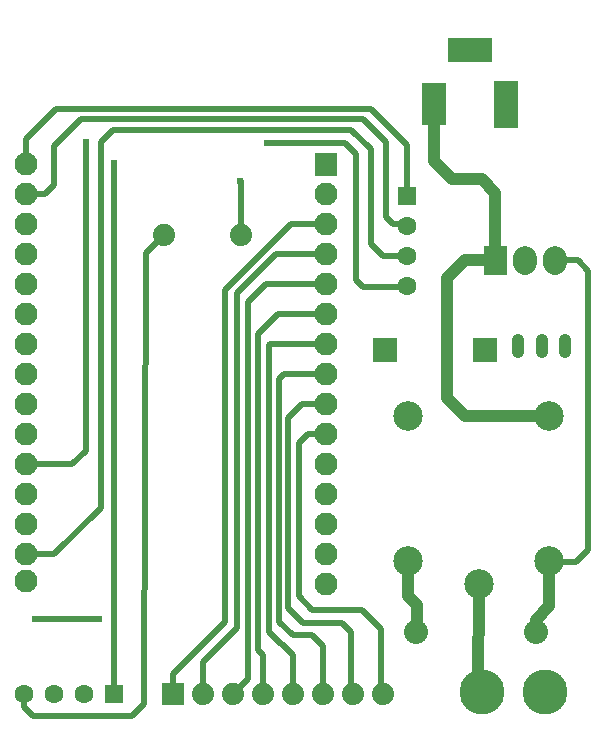
<source format=gtl>
G04 Layer: TopLayer*
G04 EasyEDA v6.3.22, 2020-01-15T09:47:29+05:30*
G04 df7ee3fc161541079e6ef3371bf9abd3,b6e8962e620740079bb188d2402746ea,10*
G04 Gerber Generator version 0.2*
G04 Scale: 100 percent, Rotated: No, Reflected: No *
G04 Dimensions in millimeters *
G04 leading zeros omitted , absolute positions ,3 integer and 3 decimal *
%FSLAX33Y33*%
%MOMM*%
G90*
G71D02*

%ADD11C,0.499999*%
%ADD12C,0.999998*%
%ADD13C,0.609600*%
%ADD14C,3.810000*%
%ADD15R,1.999996X1.999996*%
%ADD16C,1.949958*%
%ADD18R,1.599997X1.599997*%
%ADD19C,1.599997*%
%ADD20R,1.879600X1.879600*%
%ADD21C,1.879600*%
%ADD22C,2.499995*%
%ADD23C,2.032000*%
%ADD25R,2.032000X3.657600*%
%ADD28C,1.999996*%

%LPD*%
G54D11*
G01X1905Y14478D02*
G01X4318Y14478D01*
G01X8255Y18415D01*
G01X8255Y49403D01*
G01X9271Y50419D01*
G01X29464Y50419D01*
G01X31115Y48768D01*
G01X31115Y40767D01*
G01X32131Y39751D01*
G01X34163Y39751D01*
G01X9398Y2667D02*
G01X9398Y47625D01*
G01X27305Y34798D02*
G01X23241Y34798D01*
G01X21590Y33147D01*
G01X21590Y6350D01*
G01X21971Y5969D01*
G01X21971Y2667D01*
G01X27305Y42418D02*
G01X24384Y42418D01*
G01X18796Y36830D01*
G01X18796Y8763D01*
G01X14351Y4318D01*
G01X14351Y2667D01*
G01X27305Y32258D02*
G01X22606Y32258D01*
G01X22479Y32131D01*
G01X22479Y7874D01*
G01X23495Y6858D01*
G01X23622Y6858D01*
G01X24511Y5969D01*
G01X24511Y2667D01*
G01X1905Y44958D02*
G01X3556Y44958D01*
G01X4318Y45720D01*
G01X4318Y49022D01*
G01X6604Y51308D01*
G01X30480Y51308D01*
G01X32385Y49403D01*
G01X32385Y43053D01*
G01X33020Y42418D01*
G01X34036Y42418D01*
G01X34163Y42291D01*
G54D12*
G01X34229Y13835D02*
G01X34229Y10982D01*
G01X35052Y10160D01*
G01X35052Y7956D01*
G01X34893Y7797D01*
G01X46228Y13962D02*
G01X46196Y10083D01*
G01X45053Y8940D01*
G54D11*
G01X1905Y47498D02*
G01X1905Y49657D01*
G01X4445Y52197D01*
G01X31115Y52197D01*
G01X34163Y49149D01*
G01X34163Y44831D01*
G54D12*
G01X40228Y11963D02*
G01X40196Y3110D01*
G01X40513Y2794D01*
G54D11*
G01X27305Y27178D02*
G01X25273Y27178D01*
G01X24130Y26035D01*
G01X24130Y9906D01*
G01X25400Y8636D01*
G01X28702Y8636D01*
G01X29464Y7874D01*
G01X29464Y2794D01*
G01X29591Y2667D01*
G01X27305Y39878D02*
G01X23114Y39878D01*
G01X19812Y36576D01*
G01X19812Y8255D01*
G01X16891Y5334D01*
G01X16891Y2667D01*
G01X27305Y37338D02*
G01X22225Y37338D01*
G01X20701Y35814D01*
G01X20701Y3937D01*
G01X19431Y2667D01*
G54D12*
G01X36449Y52578D02*
G01X36449Y47752D01*
G01X37973Y46228D01*
G01X40513Y46228D01*
G01X41656Y45085D01*
G01X41656Y39370D01*
G54D11*
G01X20091Y41529D02*
G01X20091Y46075D01*
G01X20066Y46101D01*
G01X27305Y29718D02*
G01X23749Y29718D01*
G01X23368Y29337D01*
G01X23368Y8763D01*
G01X24511Y7620D01*
G01X26162Y7620D01*
G01X27051Y6731D01*
G01X27051Y2667D01*
G54D12*
G01X41656Y39370D02*
G01X39116Y39370D01*
G01X37592Y37846D01*
G01X37592Y27686D01*
G01X39116Y26162D01*
G01X46228Y26162D01*
G54D11*
G01X46736Y39370D02*
G01X48641Y39370D01*
G01X49530Y38481D01*
G01X49530Y14859D01*
G01X48514Y13843D01*
G01X46347Y13843D01*
G01X46228Y13962D01*
G01X1778Y2667D02*
G01X1778Y1524D01*
G01X2540Y762D01*
G01X10922Y762D01*
G01X11938Y1778D01*
G01X12065Y40005D01*
G01X13589Y41529D01*
G01X1905Y22098D02*
G01X5842Y22098D01*
G01X6985Y23241D01*
G01X6985Y49403D01*
G01X22352Y49276D02*
G01X28956Y49276D01*
G01X29845Y48387D01*
G01X29845Y37719D01*
G01X30480Y37084D01*
G01X34036Y37084D01*
G01X34163Y37211D01*
G01X27305Y24638D02*
G01X25781Y24638D01*
G01X25019Y23876D01*
G01X25019Y10922D01*
G01X26162Y9779D01*
G01X30353Y9779D01*
G01X32004Y8128D01*
G01X32004Y2794D01*
G01X32131Y2667D01*
G01X2667Y9017D02*
G01X8128Y9017D01*
G54D14*
G01X40513Y2794D03*
G01X45847Y2794D03*
G54D15*
G01X40767Y31750D03*
G54D16*
G01X1905Y12192D03*
G01X1905Y14478D03*
G01X1905Y17018D03*
G01X1905Y19558D03*
G01X1905Y22098D03*
G01X1905Y24638D03*
G01X1905Y27178D03*
G01X1905Y29718D03*
G01X1905Y32258D03*
G01X1905Y34798D03*
G01X1905Y37338D03*
G01X1905Y39878D03*
G01X1905Y42418D03*
G01X1905Y44958D03*
G01X1905Y47498D03*
G01X27305Y14478D03*
G01X27305Y17018D03*
G01X27305Y19558D03*
G01X27305Y22098D03*
G01X27305Y24638D03*
G01X27305Y27178D03*
G01X27305Y29718D03*
G01X27305Y32258D03*
G01X27305Y34798D03*
G01X27305Y37338D03*
G01X27305Y39878D03*
G01X27305Y42418D03*
G01X27305Y44958D03*
G36*
G01X28204Y48473D02*
G01X28204Y46522D01*
G01X26405Y46522D01*
G01X26405Y48473D01*
G01X28204Y48473D01*
G37*
G01X27305Y11938D03*
G54D18*
G01X9398Y2667D03*
G54D19*
G01X6858Y2667D03*
G01X4318Y2667D03*
G01X1778Y2667D03*
G54D20*
G01X14351Y2667D03*
G54D21*
G01X16891Y2667D03*
G01X19431Y2667D03*
G01X21971Y2667D03*
G01X24511Y2667D03*
G01X27051Y2667D03*
G01X29591Y2667D03*
G01X32131Y2667D03*
G01X13589Y41529D03*
G01X20091Y41529D03*
G54D22*
G01X46228Y26162D03*
G01X40228Y11963D03*
G01X34229Y26162D03*
G01X34229Y13962D03*
G01X46228Y13962D03*
G54D23*
G01X34893Y7924D03*
G01X45053Y7924D03*
G54D15*
G01X32266Y31750D03*
G01X40767Y31750D03*
G54D18*
G01X34163Y44831D03*
G54D19*
G01X34163Y42291D03*
G01X34163Y39751D03*
G01X34163Y37211D03*
G36*
G01X43561Y50579D02*
G01X41529Y50579D01*
G01X41529Y54576D01*
G01X43561Y54576D01*
G01X43561Y50579D01*
G37*
G54D25*
G01X36449Y52578D03*
G36*
G01X41325Y56134D02*
G01X37668Y56134D01*
G01X37668Y58166D01*
G01X41325Y58166D01*
G01X41325Y56134D01*
G37*
G36*
G01X40655Y40619D02*
G01X42656Y40619D01*
G01X42656Y38120D01*
G01X40655Y38120D01*
G01X40655Y40619D01*
G37*
G54D13*
G01X6985Y49403D03*
G01X22352Y49276D03*
G01X20066Y46101D03*
G01X2667Y9017D03*
G01X8128Y9017D03*
G01X9398Y47625D03*
G54D12*
G01X43569Y31631D02*
G01X43569Y32630D01*
G01X45571Y31631D02*
G01X45571Y32630D01*
G01X47570Y31631D02*
G01X47570Y32630D01*
G54D28*
G01X44196Y39619D02*
G01X44196Y39119D01*
G01X46736Y39619D02*
G01X46736Y39119D01*
M00*
M02*

</source>
